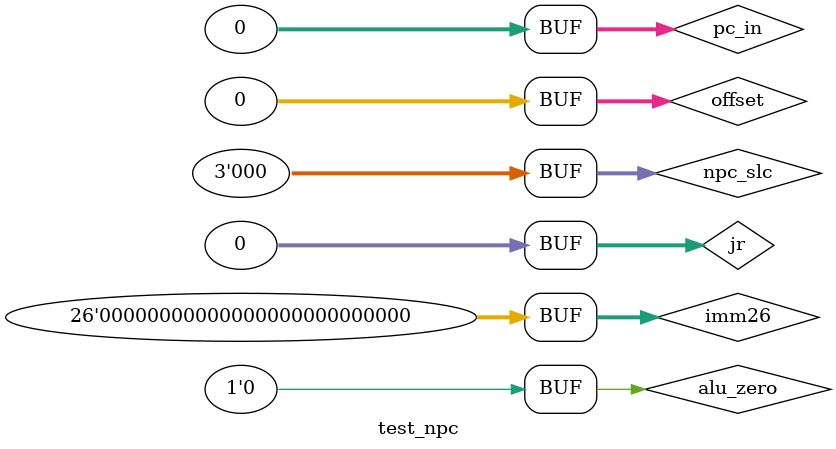
<source format=v>
`timescale 1ns / 1ps


module test_npc;

	// Inputs
	reg [2:0] npc_slc;
	reg [25:0] imm26;
	reg [31:0] offset;
	reg alu_zero;
	reg [31:0] pc_in;
	reg [31:0] jr;

	// Outputs
	wire [31:0] pc_out;
	wire [31:0] pc_4;
	wire [31:0] pc_8;

	// Instantiate the Unit Under Test (UUT)
	npc uut (
		.npc_slc(npc_slc), 
		.imm26(imm26), 
		.offset(offset), 
		.alu_zero(alu_zero), 
		.pc_in(pc_in), 
		.jr(jr), 
		.pc_out(pc_out), 
		.pc_4(pc_4), 
		.pc_8(pc_8)
	);

	initial begin
		// Initialize Inputs
		npc_slc = 0;
		imm26 = 0;
		offset = 0;
		alu_zero = 0;
		pc_in = 0;
		jr = 0;

		// Wait 100 ns for global reset to finish
		#100;
        
		// Add stimulus here

	end
      
endmodule


</source>
